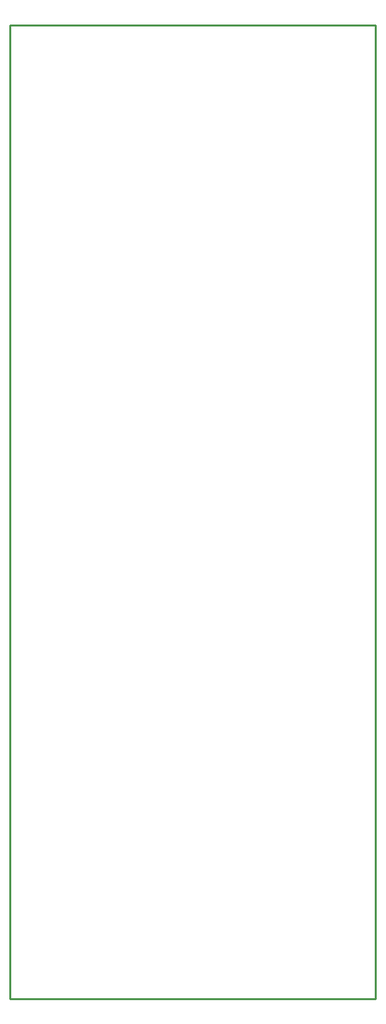
<source format=gko>
G04*
G04 #@! TF.GenerationSoftware,Altium Limited,Altium Designer,21.5.1 (32)*
G04*
G04 Layer_Color=32896*
%FSLAX25Y25*%
%MOIN*%
G70*
G04*
G04 #@! TF.SameCoordinates,8ECF54D6-24D7-40A2-BC74-F39D26A59D2B*
G04*
G04*
G04 #@! TF.FilePolarity,Positive*
G04*
G01*
G75*
%ADD14C,0.01000*%
D14*
X184000D01*
Y490000D01*
X0D02*
X184000D01*
X0Y0D02*
Y490000D01*
M02*

</source>
